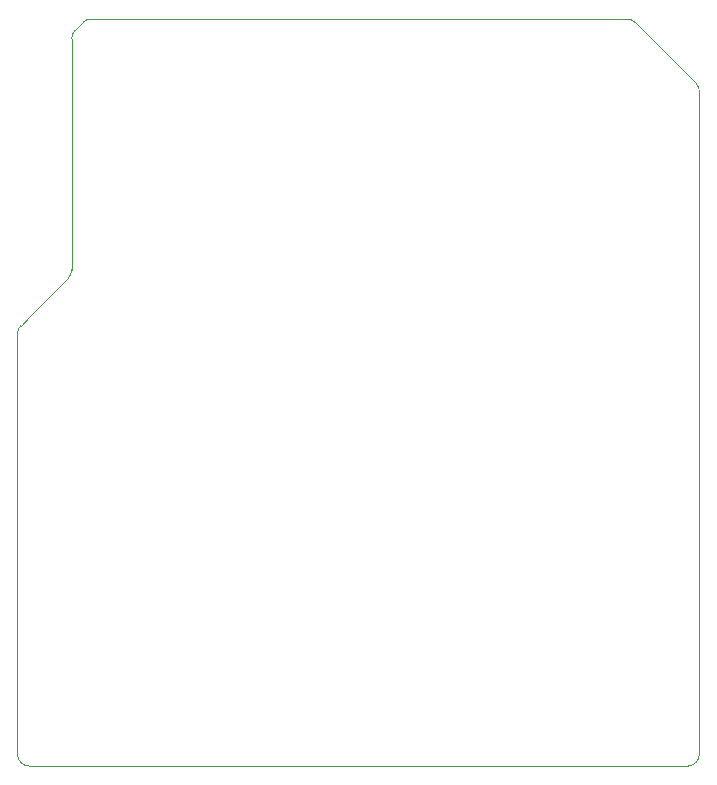
<source format=gbr>
%TF.GenerationSoftware,KiCad,Pcbnew,9.0.3*%
%TF.CreationDate,2025-08-17T21:24:33+09:00*%
%TF.ProjectId,accboard,61636362-6f61-4726-942e-6b696361645f,rev?*%
%TF.SameCoordinates,Original*%
%TF.FileFunction,Profile,NP*%
%FSLAX46Y46*%
G04 Gerber Fmt 4.6, Leading zero omitted, Abs format (unit mm)*
G04 Created by KiCad (PCBNEW 9.0.3) date 2025-08-17 21:24:33*
%MOMM*%
%LPD*%
G01*
G04 APERTURE LIST*
%TA.AperFunction,Profile*%
%ADD10C,0.050000*%
%TD*%
G04 APERTURE END LIST*
D10*
X123207107Y-40207107D02*
G75*
G02*
X123499990Y-40914214I-707107J-707093D01*
G01*
X117335786Y-34750000D02*
G75*
G02*
X118042900Y-35042886I14J-1000000D01*
G01*
X71307107Y-35042893D02*
G75*
G02*
X72014214Y-34750010I707093J-707107D01*
G01*
X70350000Y-36414214D02*
G75*
G02*
X70642886Y-35707100I1000000J14D01*
G01*
X70350000Y-55985786D02*
G75*
G02*
X70057114Y-56692900I-1000000J-14D01*
G01*
X65750000Y-61414214D02*
G75*
G02*
X66042886Y-60707100I1000000J14D01*
G01*
X66750000Y-98000000D02*
G75*
G02*
X65750000Y-97000000I0J1000000D01*
G01*
X123500000Y-40914214D02*
X123500000Y-97000000D01*
X122500000Y-39500000D02*
X123207107Y-40207107D01*
X65750000Y-61414214D02*
X65750000Y-97000000D01*
X66750000Y-60000000D02*
X66042893Y-60707107D01*
X122500000Y-98000000D02*
X66750000Y-98000000D01*
X72014214Y-34750000D02*
X117335786Y-34750000D01*
X118042893Y-35042893D02*
X122500000Y-39500000D01*
X70642893Y-35707107D02*
X71307107Y-35042893D01*
X70350000Y-55985786D02*
X70350000Y-36414214D01*
X66750000Y-60000000D02*
X70057107Y-56692893D01*
X123500000Y-97000000D02*
G75*
G02*
X122500000Y-98000000I-1000000J0D01*
G01*
M02*

</source>
